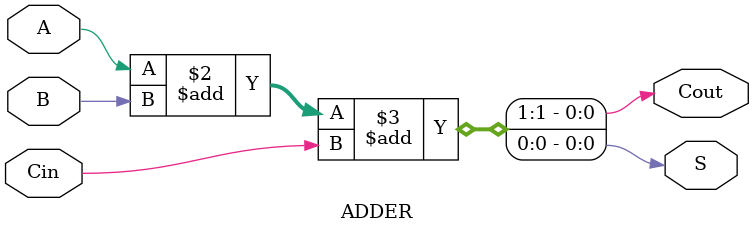
<source format=v>
module ADDER(A, B, Cin, S, Cout);

input	A, B; 
input Cin;

output reg S;
output reg Cout;

always @(A or B or Cin)
begin
{ Cout, S } = (A + B + Cin);
end
endmodule





</source>
